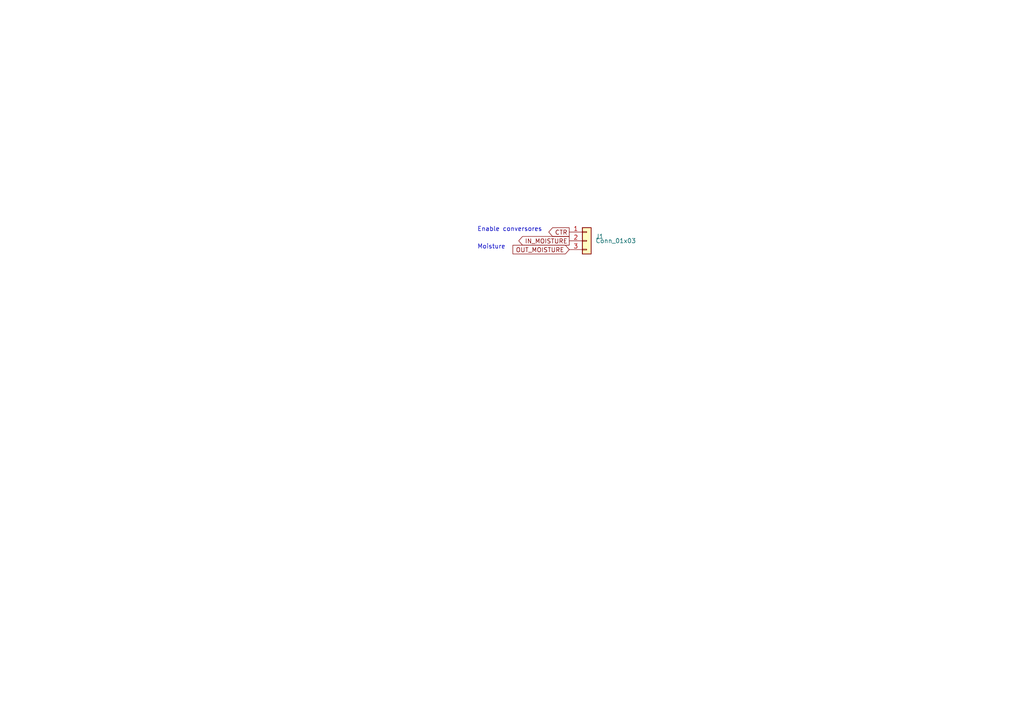
<source format=kicad_sch>
(kicad_sch (version 20211123) (generator eeschema)

  (uuid ff8611c1-43bc-43c5-9959-740fdc4c5bf3)

  (paper "A4")

  (title_block
    (title "Unión pines de sensores con pines que van al Arduino")
    (date "2023-06-10")
    (company "UC3M")
    (comment 1 "El sensor de Humedad del Suelo necesita acondicionamiento.")
    (comment 2 "Pin de activación de los conversores (para el modo sleep)")
  )

  (lib_symbols
    (symbol "Connector_Generic:Conn_01x03" (pin_names (offset 1.016) hide) (in_bom yes) (on_board yes)
      (property "Reference" "J" (id 0) (at 0 5.08 0)
        (effects (font (size 1.27 1.27)))
      )
      (property "Value" "Conn_01x03" (id 1) (at 0 -5.08 0)
        (effects (font (size 1.27 1.27)))
      )
      (property "Footprint" "" (id 2) (at 0 0 0)
        (effects (font (size 1.27 1.27)) hide)
      )
      (property "Datasheet" "~" (id 3) (at 0 0 0)
        (effects (font (size 1.27 1.27)) hide)
      )
      (property "ki_keywords" "connector" (id 4) (at 0 0 0)
        (effects (font (size 1.27 1.27)) hide)
      )
      (property "ki_description" "Generic connector, single row, 01x03, script generated (kicad-library-utils/schlib/autogen/connector/)" (id 5) (at 0 0 0)
        (effects (font (size 1.27 1.27)) hide)
      )
      (property "ki_fp_filters" "Connector*:*_1x??_*" (id 6) (at 0 0 0)
        (effects (font (size 1.27 1.27)) hide)
      )
      (symbol "Conn_01x03_1_1"
        (rectangle (start -1.27 -2.413) (end 0 -2.667)
          (stroke (width 0.1524) (type default) (color 0 0 0 0))
          (fill (type none))
        )
        (rectangle (start -1.27 0.127) (end 0 -0.127)
          (stroke (width 0.1524) (type default) (color 0 0 0 0))
          (fill (type none))
        )
        (rectangle (start -1.27 2.667) (end 0 2.413)
          (stroke (width 0.1524) (type default) (color 0 0 0 0))
          (fill (type none))
        )
        (rectangle (start -1.27 3.81) (end 1.27 -3.81)
          (stroke (width 0.254) (type default) (color 0 0 0 0))
          (fill (type background))
        )
        (pin passive line (at -5.08 2.54 0) (length 3.81)
          (name "Pin_1" (effects (font (size 1.27 1.27))))
          (number "1" (effects (font (size 1.27 1.27))))
        )
        (pin passive line (at -5.08 0 0) (length 3.81)
          (name "Pin_2" (effects (font (size 1.27 1.27))))
          (number "2" (effects (font (size 1.27 1.27))))
        )
        (pin passive line (at -5.08 -2.54 0) (length 3.81)
          (name "Pin_3" (effects (font (size 1.27 1.27))))
          (number "3" (effects (font (size 1.27 1.27))))
        )
      )
    )
  )


  (text "Moisture\n" (at 138.43 72.39 0)
    (effects (font (size 1.27 1.27)) (justify left bottom))
    (uuid ce808a41-8c82-4c79-b516-0ad5d0b7cd89)
  )
  (text "Enable conversores" (at 138.43 67.31 0)
    (effects (font (size 1.27 1.27)) (justify left bottom))
    (uuid da314b37-44c4-4d97-b66c-027e00f6cb68)
  )

  (global_label "IN_MOISTURE" (shape output) (at 165.1 69.85 180) (fields_autoplaced)
    (effects (font (size 1.27 1.27)) (justify right))
    (uuid 9d3992c5-f8a7-44cf-b8b8-e545a871f415)
    (property "Intersheet References" "${INTERSHEET_REFS}" (id 0) (at 150.4707 69.7706 0)
      (effects (font (size 1.27 1.27)) (justify right) hide)
    )
  )
  (global_label "CTR" (shape output) (at 165.1 67.31 180) (fields_autoplaced)
    (effects (font (size 1.27 1.27)) (justify right))
    (uuid e822dd14-3454-4520-b5fd-6dd67d2438da)
    (property "Intersheet References" "${INTERSHEET_REFS}" (id 0) (at 159.1793 67.2306 0)
      (effects (font (size 1.27 1.27)) (justify right) hide)
    )
  )
  (global_label "OUT_MOISTURE" (shape input) (at 165.1 72.39 180) (fields_autoplaced)
    (effects (font (size 1.27 1.27)) (justify right))
    (uuid f48b615b-0e11-4082-9209-c209bf2d654a)
    (property "Intersheet References" "${INTERSHEET_REFS}" (id 0) (at 148.7774 72.3106 0)
      (effects (font (size 1.27 1.27)) (justify right) hide)
    )
  )

  (symbol (lib_id "Connector_Generic:Conn_01x03") (at 170.18 69.85 0) (unit 1)
    (in_bom yes) (on_board yes)
    (uuid 2e812659-0ef8-4f24-be20-8067e0fbcfd4)
    (property "Reference" "J1" (id 0) (at 172.72 68.5799 0)
      (effects (font (size 1.27 1.27)) (justify left))
    )
    (property "Value" "Conn_01x03" (id 1) (at 172.72 69.85 0)
      (effects (font (size 1.27 1.27)) (justify left))
    )
    (property "Footprint" "Connector_PinHeader_2.54mm:PinHeader_1x03_P2.54mm_Vertical" (id 2) (at 170.18 69.85 0)
      (effects (font (size 1.27 1.27)) hide)
    )
    (property "Datasheet" "~" (id 3) (at 170.18 69.85 0)
      (effects (font (size 1.27 1.27)) hide)
    )
    (pin "1" (uuid 612314eb-15c8-4379-a410-b21a5d698b7c))
    (pin "2" (uuid 05465136-4526-4e2a-a485-b04c451e5041))
    (pin "3" (uuid 15cf749f-8850-4b00-b91c-1597b35dc145))
  )
)

</source>
